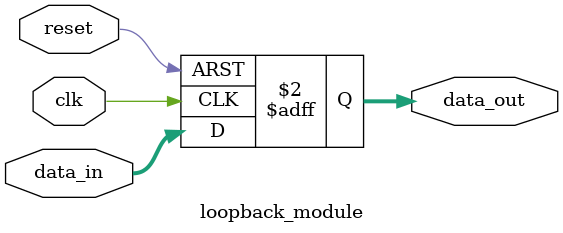
<source format=v>
`timescale 1ns / 1ps

module loopback_module (
    input wire clk,
    input wire reset,
    input wire [7:0] data_in,
    output reg [7:0] data_out
);

    always @(posedge clk or posedge reset) begin
        if (reset) begin
            data_out <= 8'b0;
        end else begin
            data_out <= data_in;
        end
    end

endmodule

</source>
